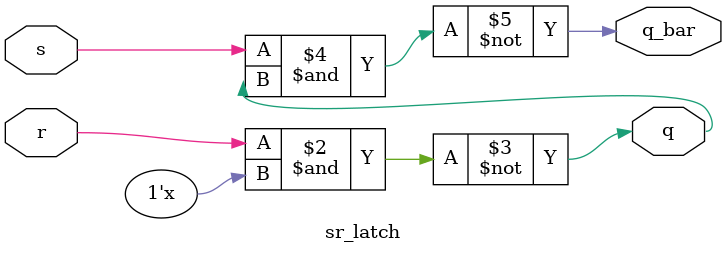
<source format=v>
module sr_latch(input s,r,output reg q,q_bar);
always@(*)
begin
 q=~(r&q_bar);
 q_bar=~(s&q);
 end
endmodule



</source>
